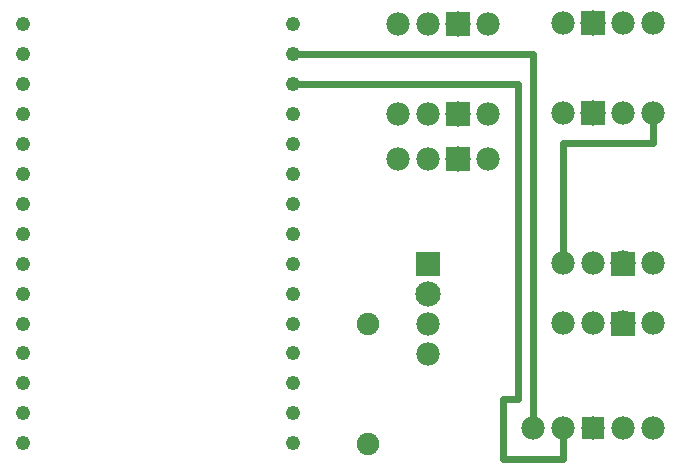
<source format=gtl>
G04 MADE WITH FRITZING*
G04 WWW.FRITZING.ORG*
G04 DOUBLE SIDED*
G04 HOLES PLATED*
G04 CONTOUR ON CENTER OF CONTOUR VECTOR*
%ASAXBY*%
%FSLAX23Y23*%
%MOIN*%
%OFA0B0*%
%SFA1.0B1.0*%
%ADD10C,0.075000*%
%ADD11C,0.078000*%
%ADD12C,0.084141*%
%ADD13C,0.047859*%
%ADD14R,0.084375X0.084375*%
%ADD15R,0.083333X0.083333*%
%ADD16R,0.078000X0.078000*%
%ADD17C,0.024000*%
%LNCOPPER1*%
G90*
G70*
G54D10*
X1406Y945D03*
X1406Y545D03*
G54D11*
X2055Y1647D03*
G54D12*
X2155Y1647D03*
G54D11*
X2255Y1647D03*
X2355Y1647D03*
X2055Y1947D03*
G54D12*
X2155Y1947D03*
G54D11*
X2255Y1947D03*
X2355Y1947D03*
X2355Y1147D03*
G54D12*
X2255Y1147D03*
G54D11*
X2155Y1147D03*
X2055Y1147D03*
X1805Y1646D03*
G54D12*
X1705Y1646D03*
G54D11*
X1605Y1646D03*
X1505Y1646D03*
X1806Y1494D03*
G54D12*
X1706Y1494D03*
G54D11*
X1606Y1494D03*
X1506Y1494D03*
X1805Y1946D03*
G54D12*
X1705Y1946D03*
G54D11*
X1605Y1946D03*
X1505Y1946D03*
X2355Y947D03*
G54D12*
X2255Y947D03*
G54D11*
X2155Y947D03*
X2055Y947D03*
X1605Y1146D03*
G54D12*
X1605Y1046D03*
G54D11*
X1605Y946D03*
X1605Y846D03*
X2355Y597D03*
X2255Y597D03*
X2155Y597D03*
X2055Y597D03*
X1955Y597D03*
G54D13*
X1153Y1745D03*
X256Y1945D03*
X256Y1845D03*
X256Y1745D03*
X256Y1645D03*
X256Y1545D03*
X1153Y1845D03*
X1153Y1945D03*
X1153Y1645D03*
X256Y1446D03*
X256Y1346D03*
X256Y1246D03*
X256Y1146D03*
X256Y1046D03*
X256Y946D03*
X256Y847D03*
X256Y747D03*
X256Y647D03*
X256Y547D03*
X1153Y1246D03*
X1153Y1146D03*
X1153Y1046D03*
X1153Y946D03*
X1153Y847D03*
X1153Y747D03*
X1153Y647D03*
X1153Y547D03*
X1153Y1545D03*
X1153Y1446D03*
X1153Y1346D03*
G54D14*
X2155Y1647D03*
X2155Y1947D03*
X2254Y1146D03*
X1705Y1646D03*
X1706Y1494D03*
X1705Y1946D03*
X2254Y946D03*
G54D15*
X1605Y1146D03*
G54D16*
X2155Y597D03*
G54D17*
X2054Y1547D02*
X2355Y1547D01*
D02*
X2355Y1547D02*
X2355Y1617D01*
D02*
X2055Y1177D02*
X2054Y1547D01*
D02*
X1175Y1845D02*
X1955Y1846D01*
D02*
X1955Y1846D02*
X1955Y627D01*
D02*
X1906Y1746D02*
X1175Y1745D01*
D02*
X1906Y696D02*
X1906Y1746D01*
D02*
X1855Y696D02*
X1906Y696D01*
D02*
X1855Y495D02*
X1855Y696D01*
D02*
X2055Y495D02*
X1855Y495D01*
D02*
X2055Y567D02*
X2055Y495D01*
G04 End of Copper1*
M02*
</source>
